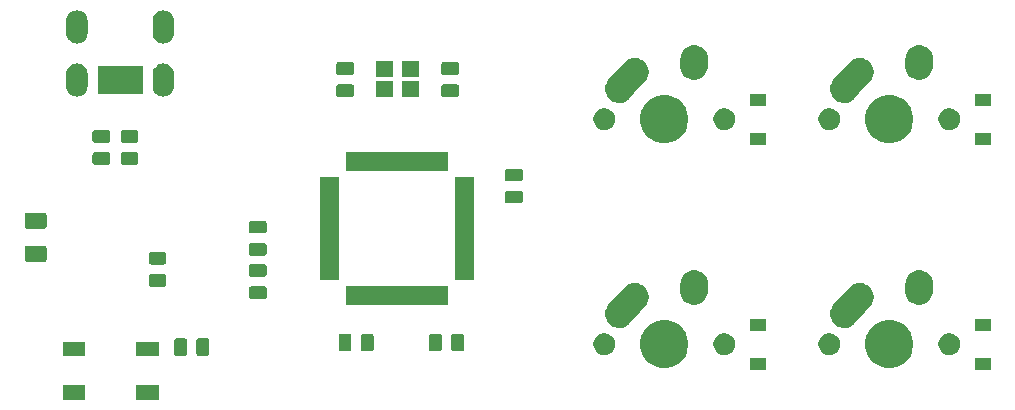
<source format=gbr>
G04 #@! TF.GenerationSoftware,KiCad,Pcbnew,(5.1.4)-1*
G04 #@! TF.CreationDate,2020-08-06T20:10:08-07:00*
G04 #@! TF.ProjectId,ai03-pcb-guide,61693033-2d70-4636-922d-67756964652e,rev?*
G04 #@! TF.SameCoordinates,Original*
G04 #@! TF.FileFunction,Soldermask,Bot*
G04 #@! TF.FilePolarity,Negative*
%FSLAX46Y46*%
G04 Gerber Fmt 4.6, Leading zero omitted, Abs format (unit mm)*
G04 Created by KiCad (PCBNEW (5.1.4)-1) date 2020-08-06 20:10:08*
%MOMM*%
%LPD*%
G04 APERTURE LIST*
%ADD10C,0.100000*%
G04 APERTURE END LIST*
D10*
G36*
X46088000Y-80905250D02*
G01*
X44186000Y-80905250D01*
X44186000Y-79703250D01*
X46088000Y-79703250D01*
X46088000Y-80905250D01*
X46088000Y-80905250D01*
G37*
G36*
X39888000Y-80905250D02*
G01*
X37986000Y-80905250D01*
X37986000Y-79703250D01*
X39888000Y-79703250D01*
X39888000Y-80905250D01*
X39888000Y-80905250D01*
G37*
G36*
X97488500Y-78413500D02*
G01*
X96186500Y-78413500D01*
X96186500Y-77411500D01*
X97488500Y-77411500D01*
X97488500Y-78413500D01*
X97488500Y-78413500D01*
G37*
G36*
X116538500Y-78413500D02*
G01*
X115236500Y-78413500D01*
X115236500Y-77411500D01*
X116538500Y-77411500D01*
X116538500Y-78413500D01*
X116538500Y-78413500D01*
G37*
G36*
X89496474Y-74233684D02*
G01*
X89714474Y-74323983D01*
X89868623Y-74387833D01*
X90203548Y-74611623D01*
X90488377Y-74896452D01*
X90712167Y-75231377D01*
X90744562Y-75309586D01*
X90866316Y-75603526D01*
X90944900Y-75998594D01*
X90944900Y-76401406D01*
X90866316Y-76796474D01*
X90815451Y-76919272D01*
X90712167Y-77168623D01*
X90488377Y-77503548D01*
X90203548Y-77788377D01*
X89868623Y-78012167D01*
X89714474Y-78076017D01*
X89496474Y-78166316D01*
X89101406Y-78244900D01*
X88698594Y-78244900D01*
X88303526Y-78166316D01*
X88085526Y-78076017D01*
X87931377Y-78012167D01*
X87596452Y-77788377D01*
X87311623Y-77503548D01*
X87087833Y-77168623D01*
X86984549Y-76919272D01*
X86933684Y-76796474D01*
X86855100Y-76401406D01*
X86855100Y-75998594D01*
X86933684Y-75603526D01*
X87055438Y-75309586D01*
X87087833Y-75231377D01*
X87311623Y-74896452D01*
X87596452Y-74611623D01*
X87931377Y-74387833D01*
X88085526Y-74323983D01*
X88303526Y-74233684D01*
X88698594Y-74155100D01*
X89101406Y-74155100D01*
X89496474Y-74233684D01*
X89496474Y-74233684D01*
G37*
G36*
X108546474Y-74233684D02*
G01*
X108764474Y-74323983D01*
X108918623Y-74387833D01*
X109253548Y-74611623D01*
X109538377Y-74896452D01*
X109762167Y-75231377D01*
X109794562Y-75309586D01*
X109916316Y-75603526D01*
X109994900Y-75998594D01*
X109994900Y-76401406D01*
X109916316Y-76796474D01*
X109865451Y-76919272D01*
X109762167Y-77168623D01*
X109538377Y-77503548D01*
X109253548Y-77788377D01*
X108918623Y-78012167D01*
X108764474Y-78076017D01*
X108546474Y-78166316D01*
X108151406Y-78244900D01*
X107748594Y-78244900D01*
X107353526Y-78166316D01*
X107135526Y-78076017D01*
X106981377Y-78012167D01*
X106646452Y-77788377D01*
X106361623Y-77503548D01*
X106137833Y-77168623D01*
X106034549Y-76919272D01*
X105983684Y-76796474D01*
X105905100Y-76401406D01*
X105905100Y-75998594D01*
X105983684Y-75603526D01*
X106105438Y-75309586D01*
X106137833Y-75231377D01*
X106361623Y-74896452D01*
X106646452Y-74611623D01*
X106981377Y-74387833D01*
X107135526Y-74323983D01*
X107353526Y-74233684D01*
X107748594Y-74155100D01*
X108151406Y-74155100D01*
X108546474Y-74233684D01*
X108546474Y-74233684D01*
G37*
G36*
X46088000Y-77205250D02*
G01*
X44186000Y-77205250D01*
X44186000Y-76003250D01*
X46088000Y-76003250D01*
X46088000Y-77205250D01*
X46088000Y-77205250D01*
G37*
G36*
X39888000Y-77205250D02*
G01*
X37986000Y-77205250D01*
X37986000Y-76003250D01*
X39888000Y-76003250D01*
X39888000Y-77205250D01*
X39888000Y-77205250D01*
G37*
G36*
X48329468Y-75707565D02*
G01*
X48368138Y-75719296D01*
X48403777Y-75738346D01*
X48435017Y-75763983D01*
X48460654Y-75795223D01*
X48479704Y-75830862D01*
X48491435Y-75869532D01*
X48496000Y-75915888D01*
X48496000Y-76992112D01*
X48491435Y-77038468D01*
X48479704Y-77077138D01*
X48460654Y-77112777D01*
X48435017Y-77144017D01*
X48403777Y-77169654D01*
X48368138Y-77188704D01*
X48329468Y-77200435D01*
X48283112Y-77205000D01*
X47631888Y-77205000D01*
X47585532Y-77200435D01*
X47546862Y-77188704D01*
X47511223Y-77169654D01*
X47479983Y-77144017D01*
X47454346Y-77112777D01*
X47435296Y-77077138D01*
X47423565Y-77038468D01*
X47419000Y-76992112D01*
X47419000Y-75915888D01*
X47423565Y-75869532D01*
X47435296Y-75830862D01*
X47454346Y-75795223D01*
X47479983Y-75763983D01*
X47511223Y-75738346D01*
X47546862Y-75719296D01*
X47585532Y-75707565D01*
X47631888Y-75703000D01*
X48283112Y-75703000D01*
X48329468Y-75707565D01*
X48329468Y-75707565D01*
G37*
G36*
X50204468Y-75707565D02*
G01*
X50243138Y-75719296D01*
X50278777Y-75738346D01*
X50310017Y-75763983D01*
X50335654Y-75795223D01*
X50354704Y-75830862D01*
X50366435Y-75869532D01*
X50371000Y-75915888D01*
X50371000Y-76992112D01*
X50366435Y-77038468D01*
X50354704Y-77077138D01*
X50335654Y-77112777D01*
X50310017Y-77144017D01*
X50278777Y-77169654D01*
X50243138Y-77188704D01*
X50204468Y-77200435D01*
X50158112Y-77205000D01*
X49506888Y-77205000D01*
X49460532Y-77200435D01*
X49421862Y-77188704D01*
X49386223Y-77169654D01*
X49354983Y-77144017D01*
X49329346Y-77112777D01*
X49310296Y-77077138D01*
X49298565Y-77038468D01*
X49294000Y-76992112D01*
X49294000Y-75915888D01*
X49298565Y-75869532D01*
X49310296Y-75830862D01*
X49329346Y-75795223D01*
X49354983Y-75763983D01*
X49386223Y-75738346D01*
X49421862Y-75719296D01*
X49460532Y-75707565D01*
X49506888Y-75703000D01*
X50158112Y-75703000D01*
X50204468Y-75707565D01*
X50204468Y-75707565D01*
G37*
G36*
X84090104Y-75309585D02*
G01*
X84258626Y-75379389D01*
X84410291Y-75480728D01*
X84539272Y-75609709D01*
X84640611Y-75761374D01*
X84710415Y-75929896D01*
X84746000Y-76108797D01*
X84746000Y-76291203D01*
X84710415Y-76470104D01*
X84640611Y-76638626D01*
X84539272Y-76790291D01*
X84410291Y-76919272D01*
X84258626Y-77020611D01*
X84090104Y-77090415D01*
X83911203Y-77126000D01*
X83728797Y-77126000D01*
X83549896Y-77090415D01*
X83381374Y-77020611D01*
X83229709Y-76919272D01*
X83100728Y-76790291D01*
X82999389Y-76638626D01*
X82929585Y-76470104D01*
X82894000Y-76291203D01*
X82894000Y-76108797D01*
X82929585Y-75929896D01*
X82999389Y-75761374D01*
X83100728Y-75609709D01*
X83229709Y-75480728D01*
X83381374Y-75379389D01*
X83549896Y-75309585D01*
X83728797Y-75274000D01*
X83911203Y-75274000D01*
X84090104Y-75309585D01*
X84090104Y-75309585D01*
G37*
G36*
X94250104Y-75309585D02*
G01*
X94418626Y-75379389D01*
X94570291Y-75480728D01*
X94699272Y-75609709D01*
X94800611Y-75761374D01*
X94870415Y-75929896D01*
X94906000Y-76108797D01*
X94906000Y-76291203D01*
X94870415Y-76470104D01*
X94800611Y-76638626D01*
X94699272Y-76790291D01*
X94570291Y-76919272D01*
X94418626Y-77020611D01*
X94250104Y-77090415D01*
X94071203Y-77126000D01*
X93888797Y-77126000D01*
X93709896Y-77090415D01*
X93541374Y-77020611D01*
X93389709Y-76919272D01*
X93260728Y-76790291D01*
X93159389Y-76638626D01*
X93089585Y-76470104D01*
X93054000Y-76291203D01*
X93054000Y-76108797D01*
X93089585Y-75929896D01*
X93159389Y-75761374D01*
X93260728Y-75609709D01*
X93389709Y-75480728D01*
X93541374Y-75379389D01*
X93709896Y-75309585D01*
X93888797Y-75274000D01*
X94071203Y-75274000D01*
X94250104Y-75309585D01*
X94250104Y-75309585D01*
G37*
G36*
X103140104Y-75309585D02*
G01*
X103308626Y-75379389D01*
X103460291Y-75480728D01*
X103589272Y-75609709D01*
X103690611Y-75761374D01*
X103760415Y-75929896D01*
X103796000Y-76108797D01*
X103796000Y-76291203D01*
X103760415Y-76470104D01*
X103690611Y-76638626D01*
X103589272Y-76790291D01*
X103460291Y-76919272D01*
X103308626Y-77020611D01*
X103140104Y-77090415D01*
X102961203Y-77126000D01*
X102778797Y-77126000D01*
X102599896Y-77090415D01*
X102431374Y-77020611D01*
X102279709Y-76919272D01*
X102150728Y-76790291D01*
X102049389Y-76638626D01*
X101979585Y-76470104D01*
X101944000Y-76291203D01*
X101944000Y-76108797D01*
X101979585Y-75929896D01*
X102049389Y-75761374D01*
X102150728Y-75609709D01*
X102279709Y-75480728D01*
X102431374Y-75379389D01*
X102599896Y-75309585D01*
X102778797Y-75274000D01*
X102961203Y-75274000D01*
X103140104Y-75309585D01*
X103140104Y-75309585D01*
G37*
G36*
X113300104Y-75309585D02*
G01*
X113468626Y-75379389D01*
X113620291Y-75480728D01*
X113749272Y-75609709D01*
X113850611Y-75761374D01*
X113920415Y-75929896D01*
X113956000Y-76108797D01*
X113956000Y-76291203D01*
X113920415Y-76470104D01*
X113850611Y-76638626D01*
X113749272Y-76790291D01*
X113620291Y-76919272D01*
X113468626Y-77020611D01*
X113300104Y-77090415D01*
X113121203Y-77126000D01*
X112938797Y-77126000D01*
X112759896Y-77090415D01*
X112591374Y-77020611D01*
X112439709Y-76919272D01*
X112310728Y-76790291D01*
X112209389Y-76638626D01*
X112139585Y-76470104D01*
X112104000Y-76291203D01*
X112104000Y-76108797D01*
X112139585Y-75929896D01*
X112209389Y-75761374D01*
X112310728Y-75609709D01*
X112439709Y-75480728D01*
X112591374Y-75379389D01*
X112759896Y-75309585D01*
X112938797Y-75274000D01*
X113121203Y-75274000D01*
X113300104Y-75309585D01*
X113300104Y-75309585D01*
G37*
G36*
X69902718Y-75326565D02*
G01*
X69941388Y-75338296D01*
X69977027Y-75357346D01*
X70008267Y-75382983D01*
X70033904Y-75414223D01*
X70052954Y-75449862D01*
X70064685Y-75488532D01*
X70069250Y-75534888D01*
X70069250Y-76611112D01*
X70064685Y-76657468D01*
X70052954Y-76696138D01*
X70033904Y-76731777D01*
X70008267Y-76763017D01*
X69977027Y-76788654D01*
X69941388Y-76807704D01*
X69902718Y-76819435D01*
X69856362Y-76824000D01*
X69205138Y-76824000D01*
X69158782Y-76819435D01*
X69120112Y-76807704D01*
X69084473Y-76788654D01*
X69053233Y-76763017D01*
X69027596Y-76731777D01*
X69008546Y-76696138D01*
X68996815Y-76657468D01*
X68992250Y-76611112D01*
X68992250Y-75534888D01*
X68996815Y-75488532D01*
X69008546Y-75449862D01*
X69027596Y-75414223D01*
X69053233Y-75382983D01*
X69084473Y-75357346D01*
X69120112Y-75338296D01*
X69158782Y-75326565D01*
X69205138Y-75322000D01*
X69856362Y-75322000D01*
X69902718Y-75326565D01*
X69902718Y-75326565D01*
G37*
G36*
X64127718Y-75326565D02*
G01*
X64166388Y-75338296D01*
X64202027Y-75357346D01*
X64233267Y-75382983D01*
X64258904Y-75414223D01*
X64277954Y-75449862D01*
X64289685Y-75488532D01*
X64294250Y-75534888D01*
X64294250Y-76611112D01*
X64289685Y-76657468D01*
X64277954Y-76696138D01*
X64258904Y-76731777D01*
X64233267Y-76763017D01*
X64202027Y-76788654D01*
X64166388Y-76807704D01*
X64127718Y-76819435D01*
X64081362Y-76824000D01*
X63430138Y-76824000D01*
X63383782Y-76819435D01*
X63345112Y-76807704D01*
X63309473Y-76788654D01*
X63278233Y-76763017D01*
X63252596Y-76731777D01*
X63233546Y-76696138D01*
X63221815Y-76657468D01*
X63217250Y-76611112D01*
X63217250Y-75534888D01*
X63221815Y-75488532D01*
X63233546Y-75449862D01*
X63252596Y-75414223D01*
X63278233Y-75382983D01*
X63309473Y-75357346D01*
X63345112Y-75338296D01*
X63383782Y-75326565D01*
X63430138Y-75322000D01*
X64081362Y-75322000D01*
X64127718Y-75326565D01*
X64127718Y-75326565D01*
G37*
G36*
X62252718Y-75326565D02*
G01*
X62291388Y-75338296D01*
X62327027Y-75357346D01*
X62358267Y-75382983D01*
X62383904Y-75414223D01*
X62402954Y-75449862D01*
X62414685Y-75488532D01*
X62419250Y-75534888D01*
X62419250Y-76611112D01*
X62414685Y-76657468D01*
X62402954Y-76696138D01*
X62383904Y-76731777D01*
X62358267Y-76763017D01*
X62327027Y-76788654D01*
X62291388Y-76807704D01*
X62252718Y-76819435D01*
X62206362Y-76824000D01*
X61555138Y-76824000D01*
X61508782Y-76819435D01*
X61470112Y-76807704D01*
X61434473Y-76788654D01*
X61403233Y-76763017D01*
X61377596Y-76731777D01*
X61358546Y-76696138D01*
X61346815Y-76657468D01*
X61342250Y-76611112D01*
X61342250Y-75534888D01*
X61346815Y-75488532D01*
X61358546Y-75449862D01*
X61377596Y-75414223D01*
X61403233Y-75382983D01*
X61434473Y-75357346D01*
X61470112Y-75338296D01*
X61508782Y-75326565D01*
X61555138Y-75322000D01*
X62206362Y-75322000D01*
X62252718Y-75326565D01*
X62252718Y-75326565D01*
G37*
G36*
X71777718Y-75326565D02*
G01*
X71816388Y-75338296D01*
X71852027Y-75357346D01*
X71883267Y-75382983D01*
X71908904Y-75414223D01*
X71927954Y-75449862D01*
X71939685Y-75488532D01*
X71944250Y-75534888D01*
X71944250Y-76611112D01*
X71939685Y-76657468D01*
X71927954Y-76696138D01*
X71908904Y-76731777D01*
X71883267Y-76763017D01*
X71852027Y-76788654D01*
X71816388Y-76807704D01*
X71777718Y-76819435D01*
X71731362Y-76824000D01*
X71080138Y-76824000D01*
X71033782Y-76819435D01*
X70995112Y-76807704D01*
X70959473Y-76788654D01*
X70928233Y-76763017D01*
X70902596Y-76731777D01*
X70883546Y-76696138D01*
X70871815Y-76657468D01*
X70867250Y-76611112D01*
X70867250Y-75534888D01*
X70871815Y-75488532D01*
X70883546Y-75449862D01*
X70902596Y-75414223D01*
X70928233Y-75382983D01*
X70959473Y-75357346D01*
X70995112Y-75338296D01*
X71033782Y-75326565D01*
X71080138Y-75322000D01*
X71731362Y-75322000D01*
X71777718Y-75326565D01*
X71777718Y-75326565D01*
G37*
G36*
X116538500Y-75113500D02*
G01*
X115236500Y-75113500D01*
X115236500Y-74111500D01*
X116538500Y-74111500D01*
X116538500Y-75113500D01*
X116538500Y-75113500D01*
G37*
G36*
X97488500Y-75113500D02*
G01*
X96186500Y-75113500D01*
X96186500Y-74111500D01*
X97488500Y-74111500D01*
X97488500Y-75113500D01*
X97488500Y-75113500D01*
G37*
G36*
X105473205Y-71023881D02*
G01*
X105478645Y-71024000D01*
X105565828Y-71024000D01*
X105582097Y-71027236D01*
X105600956Y-71029515D01*
X105617532Y-71030246D01*
X105702223Y-71051010D01*
X105707518Y-71052184D01*
X105793027Y-71069193D01*
X105808362Y-71075545D01*
X105826401Y-71081455D01*
X105842521Y-71085407D01*
X105921504Y-71122280D01*
X105926494Y-71124477D01*
X106007045Y-71157842D01*
X106020841Y-71167060D01*
X106037393Y-71176382D01*
X106052426Y-71183400D01*
X106122694Y-71234971D01*
X106127192Y-71238122D01*
X106199656Y-71286541D01*
X106211383Y-71298268D01*
X106225809Y-71310648D01*
X106239179Y-71320461D01*
X106239180Y-71320462D01*
X106244666Y-71326454D01*
X106272748Y-71357127D01*
X106298021Y-71384733D01*
X106301829Y-71388714D01*
X106363459Y-71450344D01*
X106372674Y-71464135D01*
X106384396Y-71479078D01*
X106395605Y-71491321D01*
X106440799Y-71565874D01*
X106443746Y-71570501D01*
X106492158Y-71642955D01*
X106498505Y-71658277D01*
X106507092Y-71675231D01*
X106515691Y-71689417D01*
X106545478Y-71771368D01*
X106547452Y-71776448D01*
X106580807Y-71856973D01*
X106580807Y-71856974D01*
X106584041Y-71873233D01*
X106589158Y-71891542D01*
X106594825Y-71907134D01*
X106608055Y-71993345D01*
X106609001Y-71998713D01*
X106626000Y-72084173D01*
X106626000Y-72100752D01*
X106627444Y-72119692D01*
X106629963Y-72136104D01*
X106626120Y-72223249D01*
X106626000Y-72228689D01*
X106626000Y-72315825D01*
X106622766Y-72332083D01*
X106620488Y-72350941D01*
X106619756Y-72367531D01*
X106598988Y-72452237D01*
X106597812Y-72457537D01*
X106580807Y-72543027D01*
X106574457Y-72558357D01*
X106568549Y-72576393D01*
X106564595Y-72592520D01*
X106527711Y-72671526D01*
X106525511Y-72676523D01*
X106492158Y-72757045D01*
X106482944Y-72770835D01*
X106473622Y-72787387D01*
X106466602Y-72802424D01*
X106415011Y-72872720D01*
X106411866Y-72877210D01*
X106363461Y-72949654D01*
X106306460Y-73006655D01*
X106301811Y-73011563D01*
X105870311Y-73492470D01*
X104976723Y-74488376D01*
X104848679Y-74605602D01*
X104749631Y-74665645D01*
X104650583Y-74725689D01*
X104432866Y-74804823D01*
X104203895Y-74839961D01*
X103972470Y-74829754D01*
X103747481Y-74774593D01*
X103642727Y-74725689D01*
X103537579Y-74676602D01*
X103440838Y-74605602D01*
X103350823Y-74539539D01*
X103276394Y-74458241D01*
X103194398Y-74368679D01*
X103112564Y-74233685D01*
X103074311Y-74170583D01*
X102995177Y-73952866D01*
X102960039Y-73723895D01*
X102970246Y-73492470D01*
X103025407Y-73267481D01*
X103076972Y-73157028D01*
X103123398Y-73057580D01*
X103123400Y-73057577D01*
X103226114Y-72917622D01*
X103981245Y-72076027D01*
X104512787Y-71483621D01*
X104523681Y-71469589D01*
X104536539Y-71450346D01*
X104593573Y-71393312D01*
X104598223Y-71388403D01*
X104613278Y-71371624D01*
X104634701Y-71352011D01*
X104638682Y-71348203D01*
X104700346Y-71286539D01*
X104714143Y-71277320D01*
X104729102Y-71265585D01*
X104741321Y-71254398D01*
X104773385Y-71234961D01*
X104815830Y-71209231D01*
X104820421Y-71206308D01*
X104892955Y-71157842D01*
X104908300Y-71151486D01*
X104925248Y-71142901D01*
X104939416Y-71134312D01*
X104939417Y-71134312D01*
X104939418Y-71134311D01*
X105021312Y-71104545D01*
X105026410Y-71102563D01*
X105106973Y-71069193D01*
X105123252Y-71065955D01*
X105141542Y-71060844D01*
X105157135Y-71055177D01*
X105243300Y-71041954D01*
X105248663Y-71041009D01*
X105334173Y-71024000D01*
X105350766Y-71024000D01*
X105369709Y-71022555D01*
X105386106Y-71020039D01*
X105473205Y-71023881D01*
X105473205Y-71023881D01*
G37*
G36*
X86423205Y-71023881D02*
G01*
X86428645Y-71024000D01*
X86515828Y-71024000D01*
X86532097Y-71027236D01*
X86550956Y-71029515D01*
X86567532Y-71030246D01*
X86652223Y-71051010D01*
X86657518Y-71052184D01*
X86743027Y-71069193D01*
X86758362Y-71075545D01*
X86776401Y-71081455D01*
X86792521Y-71085407D01*
X86871504Y-71122280D01*
X86876494Y-71124477D01*
X86957045Y-71157842D01*
X86970841Y-71167060D01*
X86987393Y-71176382D01*
X87002426Y-71183400D01*
X87072694Y-71234971D01*
X87077192Y-71238122D01*
X87149656Y-71286541D01*
X87161383Y-71298268D01*
X87175809Y-71310648D01*
X87189179Y-71320461D01*
X87189180Y-71320462D01*
X87194666Y-71326454D01*
X87222748Y-71357127D01*
X87248021Y-71384733D01*
X87251829Y-71388714D01*
X87313459Y-71450344D01*
X87322674Y-71464135D01*
X87334396Y-71479078D01*
X87345605Y-71491321D01*
X87390799Y-71565874D01*
X87393746Y-71570501D01*
X87442158Y-71642955D01*
X87448505Y-71658277D01*
X87457092Y-71675231D01*
X87465691Y-71689417D01*
X87495478Y-71771368D01*
X87497452Y-71776448D01*
X87530807Y-71856973D01*
X87530807Y-71856974D01*
X87534041Y-71873233D01*
X87539158Y-71891542D01*
X87544825Y-71907134D01*
X87558055Y-71993345D01*
X87559001Y-71998713D01*
X87576000Y-72084173D01*
X87576000Y-72100752D01*
X87577444Y-72119692D01*
X87579963Y-72136104D01*
X87576120Y-72223249D01*
X87576000Y-72228689D01*
X87576000Y-72315825D01*
X87572766Y-72332083D01*
X87570488Y-72350941D01*
X87569756Y-72367531D01*
X87548988Y-72452237D01*
X87547812Y-72457537D01*
X87530807Y-72543027D01*
X87524457Y-72558357D01*
X87518549Y-72576393D01*
X87514595Y-72592520D01*
X87477711Y-72671526D01*
X87475511Y-72676523D01*
X87442158Y-72757045D01*
X87432944Y-72770835D01*
X87423622Y-72787387D01*
X87416602Y-72802424D01*
X87365011Y-72872720D01*
X87361866Y-72877210D01*
X87313461Y-72949654D01*
X87256460Y-73006655D01*
X87251811Y-73011563D01*
X86820311Y-73492470D01*
X85926723Y-74488376D01*
X85798679Y-74605602D01*
X85699631Y-74665645D01*
X85600583Y-74725689D01*
X85382866Y-74804823D01*
X85153895Y-74839961D01*
X84922470Y-74829754D01*
X84697481Y-74774593D01*
X84592727Y-74725689D01*
X84487579Y-74676602D01*
X84390838Y-74605602D01*
X84300823Y-74539539D01*
X84226394Y-74458241D01*
X84144398Y-74368679D01*
X84062564Y-74233685D01*
X84024311Y-74170583D01*
X83945177Y-73952866D01*
X83910039Y-73723895D01*
X83920246Y-73492470D01*
X83975407Y-73267481D01*
X84026972Y-73157028D01*
X84073398Y-73057580D01*
X84073400Y-73057577D01*
X84176114Y-72917622D01*
X84931245Y-72076027D01*
X85462787Y-71483621D01*
X85473681Y-71469589D01*
X85486539Y-71450346D01*
X85543573Y-71393312D01*
X85548223Y-71388403D01*
X85563278Y-71371624D01*
X85584701Y-71352011D01*
X85588682Y-71348203D01*
X85650346Y-71286539D01*
X85664143Y-71277320D01*
X85679102Y-71265585D01*
X85691321Y-71254398D01*
X85723385Y-71234961D01*
X85765830Y-71209231D01*
X85770421Y-71206308D01*
X85842955Y-71157842D01*
X85858300Y-71151486D01*
X85875248Y-71142901D01*
X85889416Y-71134312D01*
X85889417Y-71134312D01*
X85889418Y-71134311D01*
X85971312Y-71104545D01*
X85976410Y-71102563D01*
X86056973Y-71069193D01*
X86073252Y-71065955D01*
X86091542Y-71060844D01*
X86107135Y-71055177D01*
X86193300Y-71041954D01*
X86198663Y-71041009D01*
X86284173Y-71024000D01*
X86300766Y-71024000D01*
X86319709Y-71022555D01*
X86336106Y-71020039D01*
X86423205Y-71023881D01*
X86423205Y-71023881D01*
G37*
G36*
X70620000Y-72922000D02*
G01*
X61968000Y-72922000D01*
X61968000Y-71320000D01*
X70620000Y-71320000D01*
X70620000Y-72922000D01*
X70620000Y-72922000D01*
G37*
G36*
X91528127Y-69942261D02*
G01*
X91548900Y-69944000D01*
X91555827Y-69944000D01*
X91650754Y-69962882D01*
X91654348Y-69963542D01*
X91749730Y-69979624D01*
X91756203Y-69982085D01*
X91776228Y-69987841D01*
X91783027Y-69989193D01*
X91845414Y-70015034D01*
X91872443Y-70026230D01*
X91875844Y-70027581D01*
X91966255Y-70061961D01*
X91972127Y-70065640D01*
X91990636Y-70075187D01*
X91997045Y-70077842D01*
X92077563Y-70131642D01*
X92080554Y-70133578D01*
X92162557Y-70184959D01*
X92167584Y-70189700D01*
X92183896Y-70202691D01*
X92189652Y-70206537D01*
X92258110Y-70274995D01*
X92260689Y-70277499D01*
X92331090Y-70343889D01*
X92335095Y-70349519D01*
X92348559Y-70365444D01*
X92353459Y-70370344D01*
X92387659Y-70421527D01*
X92407244Y-70450839D01*
X92409291Y-70453807D01*
X92465380Y-70532645D01*
X92468214Y-70538958D01*
X92478308Y-70557193D01*
X92482158Y-70562955D01*
X92519220Y-70652430D01*
X92520624Y-70655685D01*
X92560265Y-70743973D01*
X92561815Y-70750725D01*
X92568152Y-70770562D01*
X92570807Y-70776973D01*
X92589692Y-70871917D01*
X92590438Y-70875401D01*
X92612098Y-70969751D01*
X92612098Y-70969754D01*
X92612300Y-70976654D01*
X92614647Y-70997370D01*
X92616000Y-71004174D01*
X92616000Y-71100986D01*
X92616053Y-71104584D01*
X92617188Y-71143277D01*
X92616295Y-71156225D01*
X92616000Y-71164797D01*
X92616000Y-71235826D01*
X92610081Y-71265585D01*
X92609604Y-71267979D01*
X92607500Y-71283750D01*
X92569238Y-71838545D01*
X92540376Y-72009730D01*
X92458038Y-72226255D01*
X92335041Y-72422557D01*
X92176111Y-72591090D01*
X91987355Y-72725380D01*
X91776027Y-72820265D01*
X91550249Y-72872098D01*
X91318698Y-72878889D01*
X91318697Y-72878889D01*
X91273012Y-72871186D01*
X91090270Y-72840376D01*
X90873745Y-72758038D01*
X90677443Y-72635041D01*
X90508910Y-72476111D01*
X90374620Y-72287355D01*
X90279735Y-72076027D01*
X90227902Y-71850249D01*
X90222812Y-71676723D01*
X90263704Y-71083794D01*
X90264000Y-71075196D01*
X90264000Y-71004175D01*
X90282882Y-70909250D01*
X90283544Y-70905645D01*
X90289231Y-70871917D01*
X90299624Y-70810270D01*
X90302085Y-70803799D01*
X90307842Y-70783767D01*
X90309193Y-70776974D01*
X90311843Y-70770576D01*
X90346264Y-70687476D01*
X90347553Y-70684230D01*
X90381962Y-70593745D01*
X90385636Y-70587881D01*
X90395187Y-70569365D01*
X90397842Y-70562955D01*
X90451657Y-70482415D01*
X90453577Y-70479449D01*
X90504959Y-70397443D01*
X90509711Y-70392404D01*
X90522689Y-70376107D01*
X90526537Y-70370348D01*
X90594993Y-70301892D01*
X90597546Y-70299262D01*
X90599653Y-70297028D01*
X90663889Y-70228910D01*
X90669521Y-70224903D01*
X90685447Y-70211438D01*
X90690346Y-70206539D01*
X90770824Y-70152766D01*
X90773806Y-70150710D01*
X90852645Y-70094620D01*
X90858955Y-70091787D01*
X90877194Y-70081691D01*
X90882951Y-70077844D01*
X90882954Y-70077843D01*
X90882955Y-70077842D01*
X90972429Y-70040781D01*
X90975687Y-70039375D01*
X91063973Y-69999735D01*
X91070725Y-69998185D01*
X91090562Y-69991848D01*
X91096973Y-69989193D01*
X91191899Y-69970311D01*
X91195446Y-69969551D01*
X91289751Y-69947901D01*
X91292130Y-69947831D01*
X91296665Y-69947698D01*
X91317381Y-69945351D01*
X91324174Y-69944000D01*
X91420959Y-69944000D01*
X91424584Y-69943947D01*
X91521302Y-69941110D01*
X91528127Y-69942261D01*
X91528127Y-69942261D01*
G37*
G36*
X110578127Y-69942261D02*
G01*
X110598900Y-69944000D01*
X110605827Y-69944000D01*
X110700754Y-69962882D01*
X110704348Y-69963542D01*
X110799730Y-69979624D01*
X110806203Y-69982085D01*
X110826228Y-69987841D01*
X110833027Y-69989193D01*
X110895414Y-70015034D01*
X110922443Y-70026230D01*
X110925844Y-70027581D01*
X111016255Y-70061961D01*
X111022127Y-70065640D01*
X111040636Y-70075187D01*
X111047045Y-70077842D01*
X111127563Y-70131642D01*
X111130554Y-70133578D01*
X111212557Y-70184959D01*
X111217584Y-70189700D01*
X111233896Y-70202691D01*
X111239652Y-70206537D01*
X111308110Y-70274995D01*
X111310689Y-70277499D01*
X111381090Y-70343889D01*
X111385095Y-70349519D01*
X111398559Y-70365444D01*
X111403459Y-70370344D01*
X111437659Y-70421527D01*
X111457244Y-70450839D01*
X111459291Y-70453807D01*
X111515380Y-70532645D01*
X111518214Y-70538958D01*
X111528308Y-70557193D01*
X111532158Y-70562955D01*
X111569220Y-70652430D01*
X111570624Y-70655685D01*
X111610265Y-70743973D01*
X111611815Y-70750725D01*
X111618152Y-70770562D01*
X111620807Y-70776973D01*
X111639692Y-70871917D01*
X111640438Y-70875401D01*
X111662098Y-70969751D01*
X111662098Y-70969754D01*
X111662300Y-70976654D01*
X111664647Y-70997370D01*
X111666000Y-71004174D01*
X111666000Y-71100986D01*
X111666053Y-71104584D01*
X111667188Y-71143277D01*
X111666295Y-71156225D01*
X111666000Y-71164797D01*
X111666000Y-71235826D01*
X111660081Y-71265585D01*
X111659604Y-71267979D01*
X111657500Y-71283750D01*
X111619238Y-71838545D01*
X111590376Y-72009730D01*
X111508038Y-72226255D01*
X111385041Y-72422557D01*
X111226111Y-72591090D01*
X111037355Y-72725380D01*
X110826027Y-72820265D01*
X110600249Y-72872098D01*
X110368698Y-72878889D01*
X110368697Y-72878889D01*
X110323012Y-72871186D01*
X110140270Y-72840376D01*
X109923745Y-72758038D01*
X109727443Y-72635041D01*
X109558910Y-72476111D01*
X109424620Y-72287355D01*
X109329735Y-72076027D01*
X109277902Y-71850249D01*
X109272812Y-71676723D01*
X109313704Y-71083794D01*
X109314000Y-71075196D01*
X109314000Y-71004175D01*
X109332882Y-70909250D01*
X109333544Y-70905645D01*
X109339231Y-70871917D01*
X109349624Y-70810270D01*
X109352085Y-70803799D01*
X109357842Y-70783767D01*
X109359193Y-70776974D01*
X109361843Y-70770576D01*
X109396264Y-70687476D01*
X109397553Y-70684230D01*
X109431962Y-70593745D01*
X109435636Y-70587881D01*
X109445187Y-70569365D01*
X109447842Y-70562955D01*
X109501657Y-70482415D01*
X109503577Y-70479449D01*
X109554959Y-70397443D01*
X109559711Y-70392404D01*
X109572689Y-70376107D01*
X109576537Y-70370348D01*
X109644993Y-70301892D01*
X109647546Y-70299262D01*
X109649653Y-70297028D01*
X109713889Y-70228910D01*
X109719521Y-70224903D01*
X109735447Y-70211438D01*
X109740346Y-70206539D01*
X109820824Y-70152766D01*
X109823806Y-70150710D01*
X109902645Y-70094620D01*
X109908955Y-70091787D01*
X109927194Y-70081691D01*
X109932951Y-70077844D01*
X109932954Y-70077843D01*
X109932955Y-70077842D01*
X110022429Y-70040781D01*
X110025687Y-70039375D01*
X110113973Y-69999735D01*
X110120725Y-69998185D01*
X110140562Y-69991848D01*
X110146973Y-69989193D01*
X110241899Y-69970311D01*
X110245446Y-69969551D01*
X110339751Y-69947901D01*
X110342130Y-69947831D01*
X110346665Y-69947698D01*
X110367381Y-69945351D01*
X110374174Y-69944000D01*
X110470959Y-69944000D01*
X110474584Y-69943947D01*
X110571302Y-69941110D01*
X110578127Y-69942261D01*
X110578127Y-69942261D01*
G37*
G36*
X55067468Y-71316315D02*
G01*
X55106138Y-71328046D01*
X55141777Y-71347096D01*
X55173017Y-71372733D01*
X55198654Y-71403973D01*
X55217704Y-71439612D01*
X55229435Y-71478282D01*
X55234000Y-71524638D01*
X55234000Y-72175862D01*
X55229435Y-72222218D01*
X55217704Y-72260888D01*
X55198654Y-72296527D01*
X55173017Y-72327767D01*
X55141777Y-72353404D01*
X55106138Y-72372454D01*
X55067468Y-72384185D01*
X55021112Y-72388750D01*
X53944888Y-72388750D01*
X53898532Y-72384185D01*
X53859862Y-72372454D01*
X53824223Y-72353404D01*
X53792983Y-72327767D01*
X53767346Y-72296527D01*
X53748296Y-72260888D01*
X53736565Y-72222218D01*
X53732000Y-72175862D01*
X53732000Y-71524638D01*
X53736565Y-71478282D01*
X53748296Y-71439612D01*
X53767346Y-71403973D01*
X53792983Y-71372733D01*
X53824223Y-71347096D01*
X53859862Y-71328046D01*
X53898532Y-71316315D01*
X53944888Y-71311750D01*
X55021112Y-71311750D01*
X55067468Y-71316315D01*
X55067468Y-71316315D01*
G37*
G36*
X46590218Y-70270315D02*
G01*
X46628888Y-70282046D01*
X46664527Y-70301096D01*
X46695767Y-70326733D01*
X46721404Y-70357973D01*
X46740454Y-70393612D01*
X46752185Y-70432282D01*
X46756750Y-70478638D01*
X46756750Y-71129862D01*
X46752185Y-71176218D01*
X46740454Y-71214888D01*
X46721404Y-71250527D01*
X46695767Y-71281767D01*
X46664527Y-71307404D01*
X46628888Y-71326454D01*
X46590218Y-71338185D01*
X46543862Y-71342750D01*
X45467638Y-71342750D01*
X45421282Y-71338185D01*
X45382612Y-71326454D01*
X45346973Y-71307404D01*
X45315733Y-71281767D01*
X45290096Y-71250527D01*
X45271046Y-71214888D01*
X45259315Y-71176218D01*
X45254750Y-71129862D01*
X45254750Y-70478638D01*
X45259315Y-70432282D01*
X45271046Y-70393612D01*
X45290096Y-70357973D01*
X45315733Y-70326733D01*
X45346973Y-70301096D01*
X45382612Y-70282046D01*
X45421282Y-70270315D01*
X45467638Y-70265750D01*
X46543862Y-70265750D01*
X46590218Y-70270315D01*
X46590218Y-70270315D01*
G37*
G36*
X72795000Y-70747000D02*
G01*
X71193000Y-70747000D01*
X71193000Y-62095000D01*
X72795000Y-62095000D01*
X72795000Y-70747000D01*
X72795000Y-70747000D01*
G37*
G36*
X61395000Y-70747000D02*
G01*
X59793000Y-70747000D01*
X59793000Y-62095000D01*
X61395000Y-62095000D01*
X61395000Y-70747000D01*
X61395000Y-70747000D01*
G37*
G36*
X55067468Y-69441315D02*
G01*
X55106138Y-69453046D01*
X55141777Y-69472096D01*
X55173017Y-69497733D01*
X55198654Y-69528973D01*
X55217704Y-69564612D01*
X55229435Y-69603282D01*
X55234000Y-69649638D01*
X55234000Y-70300862D01*
X55229435Y-70347218D01*
X55217704Y-70385888D01*
X55198654Y-70421527D01*
X55173017Y-70452767D01*
X55141777Y-70478404D01*
X55106138Y-70497454D01*
X55067468Y-70509185D01*
X55021112Y-70513750D01*
X53944888Y-70513750D01*
X53898532Y-70509185D01*
X53859862Y-70497454D01*
X53824223Y-70478404D01*
X53792983Y-70452767D01*
X53767346Y-70421527D01*
X53748296Y-70385888D01*
X53736565Y-70347218D01*
X53732000Y-70300862D01*
X53732000Y-69649638D01*
X53736565Y-69603282D01*
X53748296Y-69564612D01*
X53767346Y-69528973D01*
X53792983Y-69497733D01*
X53824223Y-69472096D01*
X53859862Y-69453046D01*
X53898532Y-69441315D01*
X53944888Y-69436750D01*
X55021112Y-69436750D01*
X55067468Y-69441315D01*
X55067468Y-69441315D01*
G37*
G36*
X46590218Y-68395315D02*
G01*
X46628888Y-68407046D01*
X46664527Y-68426096D01*
X46695767Y-68451733D01*
X46721404Y-68482973D01*
X46740454Y-68518612D01*
X46752185Y-68557282D01*
X46756750Y-68603638D01*
X46756750Y-69254862D01*
X46752185Y-69301218D01*
X46740454Y-69339888D01*
X46721404Y-69375527D01*
X46695767Y-69406767D01*
X46664527Y-69432404D01*
X46628888Y-69451454D01*
X46590218Y-69463185D01*
X46543862Y-69467750D01*
X45467638Y-69467750D01*
X45421282Y-69463185D01*
X45382612Y-69451454D01*
X45346973Y-69432404D01*
X45315733Y-69406767D01*
X45290096Y-69375527D01*
X45271046Y-69339888D01*
X45259315Y-69301218D01*
X45254750Y-69254862D01*
X45254750Y-68603638D01*
X45259315Y-68557282D01*
X45271046Y-68518612D01*
X45290096Y-68482973D01*
X45315733Y-68451733D01*
X45346973Y-68426096D01*
X45382612Y-68407046D01*
X45421282Y-68395315D01*
X45467638Y-68390750D01*
X46543862Y-68390750D01*
X46590218Y-68395315D01*
X46590218Y-68395315D01*
G37*
G36*
X36455604Y-67882597D02*
G01*
X36492144Y-67893682D01*
X36525821Y-67911683D01*
X36555341Y-67935909D01*
X36579567Y-67965429D01*
X36597568Y-67999106D01*
X36608653Y-68035646D01*
X36613000Y-68079788D01*
X36613000Y-69028712D01*
X36608653Y-69072854D01*
X36597568Y-69109394D01*
X36579567Y-69143071D01*
X36555341Y-69172591D01*
X36525821Y-69196817D01*
X36492144Y-69214818D01*
X36455604Y-69225903D01*
X36411462Y-69230250D01*
X34962538Y-69230250D01*
X34918396Y-69225903D01*
X34881856Y-69214818D01*
X34848179Y-69196817D01*
X34818659Y-69172591D01*
X34794433Y-69143071D01*
X34776432Y-69109394D01*
X34765347Y-69072854D01*
X34761000Y-69028712D01*
X34761000Y-68079788D01*
X34765347Y-68035646D01*
X34776432Y-67999106D01*
X34794433Y-67965429D01*
X34818659Y-67935909D01*
X34848179Y-67911683D01*
X34881856Y-67893682D01*
X34918396Y-67882597D01*
X34962538Y-67878250D01*
X36411462Y-67878250D01*
X36455604Y-67882597D01*
X36455604Y-67882597D01*
G37*
G36*
X55067468Y-67635065D02*
G01*
X55106138Y-67646796D01*
X55141777Y-67665846D01*
X55173017Y-67691483D01*
X55198654Y-67722723D01*
X55217704Y-67758362D01*
X55229435Y-67797032D01*
X55234000Y-67843388D01*
X55234000Y-68494612D01*
X55229435Y-68540968D01*
X55217704Y-68579638D01*
X55198654Y-68615277D01*
X55173017Y-68646517D01*
X55141777Y-68672154D01*
X55106138Y-68691204D01*
X55067468Y-68702935D01*
X55021112Y-68707500D01*
X53944888Y-68707500D01*
X53898532Y-68702935D01*
X53859862Y-68691204D01*
X53824223Y-68672154D01*
X53792983Y-68646517D01*
X53767346Y-68615277D01*
X53748296Y-68579638D01*
X53736565Y-68540968D01*
X53732000Y-68494612D01*
X53732000Y-67843388D01*
X53736565Y-67797032D01*
X53748296Y-67758362D01*
X53767346Y-67722723D01*
X53792983Y-67691483D01*
X53824223Y-67665846D01*
X53859862Y-67646796D01*
X53898532Y-67635065D01*
X53944888Y-67630500D01*
X55021112Y-67630500D01*
X55067468Y-67635065D01*
X55067468Y-67635065D01*
G37*
G36*
X55067468Y-65760065D02*
G01*
X55106138Y-65771796D01*
X55141777Y-65790846D01*
X55173017Y-65816483D01*
X55198654Y-65847723D01*
X55217704Y-65883362D01*
X55229435Y-65922032D01*
X55234000Y-65968388D01*
X55234000Y-66619612D01*
X55229435Y-66665968D01*
X55217704Y-66704638D01*
X55198654Y-66740277D01*
X55173017Y-66771517D01*
X55141777Y-66797154D01*
X55106138Y-66816204D01*
X55067468Y-66827935D01*
X55021112Y-66832500D01*
X53944888Y-66832500D01*
X53898532Y-66827935D01*
X53859862Y-66816204D01*
X53824223Y-66797154D01*
X53792983Y-66771517D01*
X53767346Y-66740277D01*
X53748296Y-66704638D01*
X53736565Y-66665968D01*
X53732000Y-66619612D01*
X53732000Y-65968388D01*
X53736565Y-65922032D01*
X53748296Y-65883362D01*
X53767346Y-65847723D01*
X53792983Y-65816483D01*
X53824223Y-65790846D01*
X53859862Y-65771796D01*
X53898532Y-65760065D01*
X53944888Y-65755500D01*
X55021112Y-65755500D01*
X55067468Y-65760065D01*
X55067468Y-65760065D01*
G37*
G36*
X36455604Y-65082597D02*
G01*
X36492144Y-65093682D01*
X36525821Y-65111683D01*
X36555341Y-65135909D01*
X36579567Y-65165429D01*
X36597568Y-65199106D01*
X36608653Y-65235646D01*
X36613000Y-65279788D01*
X36613000Y-66228712D01*
X36608653Y-66272854D01*
X36597568Y-66309394D01*
X36579567Y-66343071D01*
X36555341Y-66372591D01*
X36525821Y-66396817D01*
X36492144Y-66414818D01*
X36455604Y-66425903D01*
X36411462Y-66430250D01*
X34962538Y-66430250D01*
X34918396Y-66425903D01*
X34881856Y-66414818D01*
X34848179Y-66396817D01*
X34818659Y-66372591D01*
X34794433Y-66343071D01*
X34776432Y-66309394D01*
X34765347Y-66272854D01*
X34761000Y-66228712D01*
X34761000Y-65279788D01*
X34765347Y-65235646D01*
X34776432Y-65199106D01*
X34794433Y-65165429D01*
X34818659Y-65135909D01*
X34848179Y-65111683D01*
X34881856Y-65093682D01*
X34918396Y-65082597D01*
X34962538Y-65078250D01*
X36411462Y-65078250D01*
X36455604Y-65082597D01*
X36455604Y-65082597D01*
G37*
G36*
X76752718Y-63220065D02*
G01*
X76791388Y-63231796D01*
X76827027Y-63250846D01*
X76858267Y-63276483D01*
X76883904Y-63307723D01*
X76902954Y-63343362D01*
X76914685Y-63382032D01*
X76919250Y-63428388D01*
X76919250Y-64079612D01*
X76914685Y-64125968D01*
X76902954Y-64164638D01*
X76883904Y-64200277D01*
X76858267Y-64231517D01*
X76827027Y-64257154D01*
X76791388Y-64276204D01*
X76752718Y-64287935D01*
X76706362Y-64292500D01*
X75630138Y-64292500D01*
X75583782Y-64287935D01*
X75545112Y-64276204D01*
X75509473Y-64257154D01*
X75478233Y-64231517D01*
X75452596Y-64200277D01*
X75433546Y-64164638D01*
X75421815Y-64125968D01*
X75417250Y-64079612D01*
X75417250Y-63428388D01*
X75421815Y-63382032D01*
X75433546Y-63343362D01*
X75452596Y-63307723D01*
X75478233Y-63276483D01*
X75509473Y-63250846D01*
X75545112Y-63231796D01*
X75583782Y-63220065D01*
X75630138Y-63215500D01*
X76706362Y-63215500D01*
X76752718Y-63220065D01*
X76752718Y-63220065D01*
G37*
G36*
X76752718Y-61345065D02*
G01*
X76791388Y-61356796D01*
X76827027Y-61375846D01*
X76858267Y-61401483D01*
X76883904Y-61432723D01*
X76902954Y-61468362D01*
X76914685Y-61507032D01*
X76919250Y-61553388D01*
X76919250Y-62204612D01*
X76914685Y-62250968D01*
X76902954Y-62289638D01*
X76883904Y-62325277D01*
X76858267Y-62356517D01*
X76827027Y-62382154D01*
X76791388Y-62401204D01*
X76752718Y-62412935D01*
X76706362Y-62417500D01*
X75630138Y-62417500D01*
X75583782Y-62412935D01*
X75545112Y-62401204D01*
X75509473Y-62382154D01*
X75478233Y-62356517D01*
X75452596Y-62325277D01*
X75433546Y-62289638D01*
X75421815Y-62250968D01*
X75417250Y-62204612D01*
X75417250Y-61553388D01*
X75421815Y-61507032D01*
X75433546Y-61468362D01*
X75452596Y-61432723D01*
X75478233Y-61401483D01*
X75509473Y-61375846D01*
X75545112Y-61356796D01*
X75583782Y-61345065D01*
X75630138Y-61340500D01*
X76706362Y-61340500D01*
X76752718Y-61345065D01*
X76752718Y-61345065D01*
G37*
G36*
X70620000Y-61522000D02*
G01*
X61968000Y-61522000D01*
X61968000Y-59920000D01*
X70620000Y-59920000D01*
X70620000Y-61522000D01*
X70620000Y-61522000D01*
G37*
G36*
X44208968Y-59951565D02*
G01*
X44247638Y-59963296D01*
X44283277Y-59982346D01*
X44314517Y-60007983D01*
X44340154Y-60039223D01*
X44359204Y-60074862D01*
X44370935Y-60113532D01*
X44375500Y-60159888D01*
X44375500Y-60811112D01*
X44370935Y-60857468D01*
X44359204Y-60896138D01*
X44340154Y-60931777D01*
X44314517Y-60963017D01*
X44283277Y-60988654D01*
X44247638Y-61007704D01*
X44208968Y-61019435D01*
X44162612Y-61024000D01*
X43086388Y-61024000D01*
X43040032Y-61019435D01*
X43001362Y-61007704D01*
X42965723Y-60988654D01*
X42934483Y-60963017D01*
X42908846Y-60931777D01*
X42889796Y-60896138D01*
X42878065Y-60857468D01*
X42873500Y-60811112D01*
X42873500Y-60159888D01*
X42878065Y-60113532D01*
X42889796Y-60074862D01*
X42908846Y-60039223D01*
X42934483Y-60007983D01*
X42965723Y-59982346D01*
X43001362Y-59963296D01*
X43040032Y-59951565D01*
X43086388Y-59947000D01*
X44162612Y-59947000D01*
X44208968Y-59951565D01*
X44208968Y-59951565D01*
G37*
G36*
X41827718Y-59951565D02*
G01*
X41866388Y-59963296D01*
X41902027Y-59982346D01*
X41933267Y-60007983D01*
X41958904Y-60039223D01*
X41977954Y-60074862D01*
X41989685Y-60113532D01*
X41994250Y-60159888D01*
X41994250Y-60811112D01*
X41989685Y-60857468D01*
X41977954Y-60896138D01*
X41958904Y-60931777D01*
X41933267Y-60963017D01*
X41902027Y-60988654D01*
X41866388Y-61007704D01*
X41827718Y-61019435D01*
X41781362Y-61024000D01*
X40705138Y-61024000D01*
X40658782Y-61019435D01*
X40620112Y-61007704D01*
X40584473Y-60988654D01*
X40553233Y-60963017D01*
X40527596Y-60931777D01*
X40508546Y-60896138D01*
X40496815Y-60857468D01*
X40492250Y-60811112D01*
X40492250Y-60159888D01*
X40496815Y-60113532D01*
X40508546Y-60074862D01*
X40527596Y-60039223D01*
X40553233Y-60007983D01*
X40584473Y-59982346D01*
X40620112Y-59963296D01*
X40658782Y-59951565D01*
X40705138Y-59947000D01*
X41781362Y-59947000D01*
X41827718Y-59951565D01*
X41827718Y-59951565D01*
G37*
G36*
X116538500Y-59363500D02*
G01*
X115236500Y-59363500D01*
X115236500Y-58361500D01*
X116538500Y-58361500D01*
X116538500Y-59363500D01*
X116538500Y-59363500D01*
G37*
G36*
X97488500Y-59363500D02*
G01*
X96186500Y-59363500D01*
X96186500Y-58361500D01*
X97488500Y-58361500D01*
X97488500Y-59363500D01*
X97488500Y-59363500D01*
G37*
G36*
X108546474Y-55183684D02*
G01*
X108733020Y-55260954D01*
X108918623Y-55337833D01*
X109253548Y-55561623D01*
X109538377Y-55846452D01*
X109762167Y-56181377D01*
X109794562Y-56259586D01*
X109916316Y-56553526D01*
X109994900Y-56948594D01*
X109994900Y-57351406D01*
X109916316Y-57746474D01*
X109865451Y-57869272D01*
X109762167Y-58118623D01*
X109538377Y-58453548D01*
X109253548Y-58738377D01*
X108918623Y-58962167D01*
X108868839Y-58982788D01*
X108546474Y-59116316D01*
X108151406Y-59194900D01*
X107748594Y-59194900D01*
X107353526Y-59116316D01*
X107031161Y-58982788D01*
X106981377Y-58962167D01*
X106646452Y-58738377D01*
X106361623Y-58453548D01*
X106137833Y-58118623D01*
X106034549Y-57869272D01*
X105983684Y-57746474D01*
X105905100Y-57351406D01*
X105905100Y-56948594D01*
X105983684Y-56553526D01*
X106105438Y-56259586D01*
X106137833Y-56181377D01*
X106361623Y-55846452D01*
X106646452Y-55561623D01*
X106981377Y-55337833D01*
X107166980Y-55260954D01*
X107353526Y-55183684D01*
X107748594Y-55105100D01*
X108151406Y-55105100D01*
X108546474Y-55183684D01*
X108546474Y-55183684D01*
G37*
G36*
X89496474Y-55183684D02*
G01*
X89683020Y-55260954D01*
X89868623Y-55337833D01*
X90203548Y-55561623D01*
X90488377Y-55846452D01*
X90712167Y-56181377D01*
X90744562Y-56259586D01*
X90866316Y-56553526D01*
X90944900Y-56948594D01*
X90944900Y-57351406D01*
X90866316Y-57746474D01*
X90815451Y-57869272D01*
X90712167Y-58118623D01*
X90488377Y-58453548D01*
X90203548Y-58738377D01*
X89868623Y-58962167D01*
X89818839Y-58982788D01*
X89496474Y-59116316D01*
X89101406Y-59194900D01*
X88698594Y-59194900D01*
X88303526Y-59116316D01*
X87981161Y-58982788D01*
X87931377Y-58962167D01*
X87596452Y-58738377D01*
X87311623Y-58453548D01*
X87087833Y-58118623D01*
X86984549Y-57869272D01*
X86933684Y-57746474D01*
X86855100Y-57351406D01*
X86855100Y-56948594D01*
X86933684Y-56553526D01*
X87055438Y-56259586D01*
X87087833Y-56181377D01*
X87311623Y-55846452D01*
X87596452Y-55561623D01*
X87931377Y-55337833D01*
X88116980Y-55260954D01*
X88303526Y-55183684D01*
X88698594Y-55105100D01*
X89101406Y-55105100D01*
X89496474Y-55183684D01*
X89496474Y-55183684D01*
G37*
G36*
X41827718Y-58076565D02*
G01*
X41866388Y-58088296D01*
X41902027Y-58107346D01*
X41933267Y-58132983D01*
X41958904Y-58164223D01*
X41977954Y-58199862D01*
X41989685Y-58238532D01*
X41994250Y-58284888D01*
X41994250Y-58936112D01*
X41989685Y-58982468D01*
X41977954Y-59021138D01*
X41958904Y-59056777D01*
X41933267Y-59088017D01*
X41902027Y-59113654D01*
X41866388Y-59132704D01*
X41827718Y-59144435D01*
X41781362Y-59149000D01*
X40705138Y-59149000D01*
X40658782Y-59144435D01*
X40620112Y-59132704D01*
X40584473Y-59113654D01*
X40553233Y-59088017D01*
X40527596Y-59056777D01*
X40508546Y-59021138D01*
X40496815Y-58982468D01*
X40492250Y-58936112D01*
X40492250Y-58284888D01*
X40496815Y-58238532D01*
X40508546Y-58199862D01*
X40527596Y-58164223D01*
X40553233Y-58132983D01*
X40584473Y-58107346D01*
X40620112Y-58088296D01*
X40658782Y-58076565D01*
X40705138Y-58072000D01*
X41781362Y-58072000D01*
X41827718Y-58076565D01*
X41827718Y-58076565D01*
G37*
G36*
X44208968Y-58076565D02*
G01*
X44247638Y-58088296D01*
X44283277Y-58107346D01*
X44314517Y-58132983D01*
X44340154Y-58164223D01*
X44359204Y-58199862D01*
X44370935Y-58238532D01*
X44375500Y-58284888D01*
X44375500Y-58936112D01*
X44370935Y-58982468D01*
X44359204Y-59021138D01*
X44340154Y-59056777D01*
X44314517Y-59088017D01*
X44283277Y-59113654D01*
X44247638Y-59132704D01*
X44208968Y-59144435D01*
X44162612Y-59149000D01*
X43086388Y-59149000D01*
X43040032Y-59144435D01*
X43001362Y-59132704D01*
X42965723Y-59113654D01*
X42934483Y-59088017D01*
X42908846Y-59056777D01*
X42889796Y-59021138D01*
X42878065Y-58982468D01*
X42873500Y-58936112D01*
X42873500Y-58284888D01*
X42878065Y-58238532D01*
X42889796Y-58199862D01*
X42908846Y-58164223D01*
X42934483Y-58132983D01*
X42965723Y-58107346D01*
X43001362Y-58088296D01*
X43040032Y-58076565D01*
X43086388Y-58072000D01*
X44162612Y-58072000D01*
X44208968Y-58076565D01*
X44208968Y-58076565D01*
G37*
G36*
X103140104Y-56259585D02*
G01*
X103308626Y-56329389D01*
X103460291Y-56430728D01*
X103589272Y-56559709D01*
X103690611Y-56711374D01*
X103760415Y-56879896D01*
X103796000Y-57058797D01*
X103796000Y-57241203D01*
X103760415Y-57420104D01*
X103690611Y-57588626D01*
X103589272Y-57740291D01*
X103460291Y-57869272D01*
X103308626Y-57970611D01*
X103140104Y-58040415D01*
X102961203Y-58076000D01*
X102778797Y-58076000D01*
X102599896Y-58040415D01*
X102431374Y-57970611D01*
X102279709Y-57869272D01*
X102150728Y-57740291D01*
X102049389Y-57588626D01*
X101979585Y-57420104D01*
X101944000Y-57241203D01*
X101944000Y-57058797D01*
X101979585Y-56879896D01*
X102049389Y-56711374D01*
X102150728Y-56559709D01*
X102279709Y-56430728D01*
X102431374Y-56329389D01*
X102599896Y-56259585D01*
X102778797Y-56224000D01*
X102961203Y-56224000D01*
X103140104Y-56259585D01*
X103140104Y-56259585D01*
G37*
G36*
X113300104Y-56259585D02*
G01*
X113468626Y-56329389D01*
X113620291Y-56430728D01*
X113749272Y-56559709D01*
X113850611Y-56711374D01*
X113920415Y-56879896D01*
X113956000Y-57058797D01*
X113956000Y-57241203D01*
X113920415Y-57420104D01*
X113850611Y-57588626D01*
X113749272Y-57740291D01*
X113620291Y-57869272D01*
X113468626Y-57970611D01*
X113300104Y-58040415D01*
X113121203Y-58076000D01*
X112938797Y-58076000D01*
X112759896Y-58040415D01*
X112591374Y-57970611D01*
X112439709Y-57869272D01*
X112310728Y-57740291D01*
X112209389Y-57588626D01*
X112139585Y-57420104D01*
X112104000Y-57241203D01*
X112104000Y-57058797D01*
X112139585Y-56879896D01*
X112209389Y-56711374D01*
X112310728Y-56559709D01*
X112439709Y-56430728D01*
X112591374Y-56329389D01*
X112759896Y-56259585D01*
X112938797Y-56224000D01*
X113121203Y-56224000D01*
X113300104Y-56259585D01*
X113300104Y-56259585D01*
G37*
G36*
X84090104Y-56259585D02*
G01*
X84258626Y-56329389D01*
X84410291Y-56430728D01*
X84539272Y-56559709D01*
X84640611Y-56711374D01*
X84710415Y-56879896D01*
X84746000Y-57058797D01*
X84746000Y-57241203D01*
X84710415Y-57420104D01*
X84640611Y-57588626D01*
X84539272Y-57740291D01*
X84410291Y-57869272D01*
X84258626Y-57970611D01*
X84090104Y-58040415D01*
X83911203Y-58076000D01*
X83728797Y-58076000D01*
X83549896Y-58040415D01*
X83381374Y-57970611D01*
X83229709Y-57869272D01*
X83100728Y-57740291D01*
X82999389Y-57588626D01*
X82929585Y-57420104D01*
X82894000Y-57241203D01*
X82894000Y-57058797D01*
X82929585Y-56879896D01*
X82999389Y-56711374D01*
X83100728Y-56559709D01*
X83229709Y-56430728D01*
X83381374Y-56329389D01*
X83549896Y-56259585D01*
X83728797Y-56224000D01*
X83911203Y-56224000D01*
X84090104Y-56259585D01*
X84090104Y-56259585D01*
G37*
G36*
X94250104Y-56259585D02*
G01*
X94418626Y-56329389D01*
X94570291Y-56430728D01*
X94699272Y-56559709D01*
X94800611Y-56711374D01*
X94870415Y-56879896D01*
X94906000Y-57058797D01*
X94906000Y-57241203D01*
X94870415Y-57420104D01*
X94800611Y-57588626D01*
X94699272Y-57740291D01*
X94570291Y-57869272D01*
X94418626Y-57970611D01*
X94250104Y-58040415D01*
X94071203Y-58076000D01*
X93888797Y-58076000D01*
X93709896Y-58040415D01*
X93541374Y-57970611D01*
X93389709Y-57869272D01*
X93260728Y-57740291D01*
X93159389Y-57588626D01*
X93089585Y-57420104D01*
X93054000Y-57241203D01*
X93054000Y-57058797D01*
X93089585Y-56879896D01*
X93159389Y-56711374D01*
X93260728Y-56559709D01*
X93389709Y-56430728D01*
X93541374Y-56329389D01*
X93709896Y-56259585D01*
X93888797Y-56224000D01*
X94071203Y-56224000D01*
X94250104Y-56259585D01*
X94250104Y-56259585D01*
G37*
G36*
X97488500Y-56063500D02*
G01*
X96186500Y-56063500D01*
X96186500Y-55061500D01*
X97488500Y-55061500D01*
X97488500Y-56063500D01*
X97488500Y-56063500D01*
G37*
G36*
X116538500Y-56063500D02*
G01*
X115236500Y-56063500D01*
X115236500Y-55061500D01*
X116538500Y-55061500D01*
X116538500Y-56063500D01*
X116538500Y-56063500D01*
G37*
G36*
X105473205Y-51973881D02*
G01*
X105478645Y-51974000D01*
X105565828Y-51974000D01*
X105582097Y-51977236D01*
X105600956Y-51979515D01*
X105617532Y-51980246D01*
X105702223Y-52001010D01*
X105707518Y-52002184D01*
X105793027Y-52019193D01*
X105808362Y-52025545D01*
X105826401Y-52031455D01*
X105842521Y-52035407D01*
X105921504Y-52072280D01*
X105926494Y-52074477D01*
X106007045Y-52107842D01*
X106020841Y-52117060D01*
X106037393Y-52126382D01*
X106052426Y-52133400D01*
X106122694Y-52184971D01*
X106127192Y-52188122D01*
X106199656Y-52236541D01*
X106211383Y-52248268D01*
X106225809Y-52260648D01*
X106239179Y-52270461D01*
X106289340Y-52325250D01*
X106298021Y-52334733D01*
X106301829Y-52338714D01*
X106363459Y-52400344D01*
X106372674Y-52414135D01*
X106384396Y-52429078D01*
X106395605Y-52441321D01*
X106440799Y-52515874D01*
X106443746Y-52520501D01*
X106458092Y-52541972D01*
X106492158Y-52592955D01*
X106498505Y-52608277D01*
X106507092Y-52625231D01*
X106515691Y-52639417D01*
X106545478Y-52721368D01*
X106547452Y-52726448D01*
X106580807Y-52806973D01*
X106580807Y-52806974D01*
X106584041Y-52823233D01*
X106589158Y-52841542D01*
X106594825Y-52857134D01*
X106608055Y-52943345D01*
X106609001Y-52948713D01*
X106626000Y-53034173D01*
X106626000Y-53050752D01*
X106627444Y-53069692D01*
X106629963Y-53086104D01*
X106626120Y-53173249D01*
X106626000Y-53178689D01*
X106626000Y-53265825D01*
X106622766Y-53282083D01*
X106620488Y-53300941D01*
X106619756Y-53317531D01*
X106598988Y-53402237D01*
X106597812Y-53407537D01*
X106580807Y-53493027D01*
X106574457Y-53508357D01*
X106568549Y-53526393D01*
X106564595Y-53542520D01*
X106527711Y-53621526D01*
X106525511Y-53626523D01*
X106492158Y-53707045D01*
X106482944Y-53720835D01*
X106473622Y-53737387D01*
X106466602Y-53752424D01*
X106415011Y-53822720D01*
X106411866Y-53827210D01*
X106363461Y-53899654D01*
X106306460Y-53956655D01*
X106301811Y-53961563D01*
X105938223Y-54366782D01*
X104976723Y-55438376D01*
X104848679Y-55555602D01*
X104749630Y-55615646D01*
X104650583Y-55675689D01*
X104432866Y-55754823D01*
X104203895Y-55789961D01*
X103972470Y-55779754D01*
X103747481Y-55724593D01*
X103642727Y-55675689D01*
X103537579Y-55626602D01*
X103440838Y-55555602D01*
X103350823Y-55489539D01*
X103276394Y-55408241D01*
X103194398Y-55318679D01*
X103112564Y-55183685D01*
X103074311Y-55120583D01*
X102995177Y-54902866D01*
X102960039Y-54673895D01*
X102970246Y-54442470D01*
X103025407Y-54217481D01*
X103076972Y-54107028D01*
X103123398Y-54007580D01*
X103123400Y-54007577D01*
X103226114Y-53867622D01*
X103981245Y-53026027D01*
X104512787Y-52433621D01*
X104523681Y-52419589D01*
X104536539Y-52400346D01*
X104593573Y-52343312D01*
X104598223Y-52338403D01*
X104613278Y-52321624D01*
X104634701Y-52302011D01*
X104638682Y-52298203D01*
X104700346Y-52236539D01*
X104714143Y-52227320D01*
X104729102Y-52215585D01*
X104741321Y-52204398D01*
X104773385Y-52184961D01*
X104815830Y-52159231D01*
X104820421Y-52156308D01*
X104892955Y-52107842D01*
X104908300Y-52101486D01*
X104925248Y-52092901D01*
X104939416Y-52084312D01*
X104939417Y-52084312D01*
X104939418Y-52084311D01*
X105021312Y-52054545D01*
X105026410Y-52052563D01*
X105106973Y-52019193D01*
X105123252Y-52015955D01*
X105141542Y-52010844D01*
X105157135Y-52005177D01*
X105243300Y-51991954D01*
X105248663Y-51991009D01*
X105334173Y-51974000D01*
X105350766Y-51974000D01*
X105369709Y-51972555D01*
X105386106Y-51970039D01*
X105473205Y-51973881D01*
X105473205Y-51973881D01*
G37*
G36*
X86423205Y-51973881D02*
G01*
X86428645Y-51974000D01*
X86515828Y-51974000D01*
X86532097Y-51977236D01*
X86550956Y-51979515D01*
X86567532Y-51980246D01*
X86652223Y-52001010D01*
X86657518Y-52002184D01*
X86743027Y-52019193D01*
X86758362Y-52025545D01*
X86776401Y-52031455D01*
X86792521Y-52035407D01*
X86871504Y-52072280D01*
X86876494Y-52074477D01*
X86957045Y-52107842D01*
X86970841Y-52117060D01*
X86987393Y-52126382D01*
X87002426Y-52133400D01*
X87072694Y-52184971D01*
X87077192Y-52188122D01*
X87149656Y-52236541D01*
X87161383Y-52248268D01*
X87175809Y-52260648D01*
X87189179Y-52270461D01*
X87239340Y-52325250D01*
X87248021Y-52334733D01*
X87251829Y-52338714D01*
X87313459Y-52400344D01*
X87322674Y-52414135D01*
X87334396Y-52429078D01*
X87345605Y-52441321D01*
X87390799Y-52515874D01*
X87393746Y-52520501D01*
X87408092Y-52541972D01*
X87442158Y-52592955D01*
X87448505Y-52608277D01*
X87457092Y-52625231D01*
X87465691Y-52639417D01*
X87495478Y-52721368D01*
X87497452Y-52726448D01*
X87530807Y-52806973D01*
X87530807Y-52806974D01*
X87534041Y-52823233D01*
X87539158Y-52841542D01*
X87544825Y-52857134D01*
X87558055Y-52943345D01*
X87559001Y-52948713D01*
X87576000Y-53034173D01*
X87576000Y-53050752D01*
X87577444Y-53069692D01*
X87579963Y-53086104D01*
X87576120Y-53173249D01*
X87576000Y-53178689D01*
X87576000Y-53265825D01*
X87572766Y-53282083D01*
X87570488Y-53300941D01*
X87569756Y-53317531D01*
X87548988Y-53402237D01*
X87547812Y-53407537D01*
X87530807Y-53493027D01*
X87524457Y-53508357D01*
X87518549Y-53526393D01*
X87514595Y-53542520D01*
X87477711Y-53621526D01*
X87475511Y-53626523D01*
X87442158Y-53707045D01*
X87432944Y-53720835D01*
X87423622Y-53737387D01*
X87416602Y-53752424D01*
X87365011Y-53822720D01*
X87361866Y-53827210D01*
X87313461Y-53899654D01*
X87256460Y-53956655D01*
X87251811Y-53961563D01*
X86888223Y-54366782D01*
X85926723Y-55438376D01*
X85798679Y-55555602D01*
X85699630Y-55615646D01*
X85600583Y-55675689D01*
X85382866Y-55754823D01*
X85153895Y-55789961D01*
X84922470Y-55779754D01*
X84697481Y-55724593D01*
X84592727Y-55675689D01*
X84487579Y-55626602D01*
X84390838Y-55555602D01*
X84300823Y-55489539D01*
X84226394Y-55408241D01*
X84144398Y-55318679D01*
X84062564Y-55183685D01*
X84024311Y-55120583D01*
X83945177Y-54902866D01*
X83910039Y-54673895D01*
X83920246Y-54442470D01*
X83975407Y-54217481D01*
X84026972Y-54107028D01*
X84073398Y-54007580D01*
X84073400Y-54007577D01*
X84176114Y-53867622D01*
X84931245Y-53026027D01*
X85462787Y-52433621D01*
X85473681Y-52419589D01*
X85486539Y-52400346D01*
X85543573Y-52343312D01*
X85548223Y-52338403D01*
X85563278Y-52321624D01*
X85584701Y-52302011D01*
X85588682Y-52298203D01*
X85650346Y-52236539D01*
X85664143Y-52227320D01*
X85679102Y-52215585D01*
X85691321Y-52204398D01*
X85723385Y-52184961D01*
X85765830Y-52159231D01*
X85770421Y-52156308D01*
X85842955Y-52107842D01*
X85858300Y-52101486D01*
X85875248Y-52092901D01*
X85889416Y-52084312D01*
X85889417Y-52084312D01*
X85889418Y-52084311D01*
X85971312Y-52054545D01*
X85976410Y-52052563D01*
X86056973Y-52019193D01*
X86073252Y-52015955D01*
X86091542Y-52010844D01*
X86107135Y-52005177D01*
X86193300Y-51991954D01*
X86198663Y-51991009D01*
X86284173Y-51974000D01*
X86300766Y-51974000D01*
X86319709Y-51972555D01*
X86336106Y-51970039D01*
X86423205Y-51973881D01*
X86423205Y-51973881D01*
G37*
G36*
X62465218Y-54204815D02*
G01*
X62503888Y-54216546D01*
X62539527Y-54235596D01*
X62570767Y-54261233D01*
X62596404Y-54292473D01*
X62615454Y-54328112D01*
X62627185Y-54366782D01*
X62631750Y-54413138D01*
X62631750Y-55064362D01*
X62627185Y-55110718D01*
X62615454Y-55149388D01*
X62596404Y-55185027D01*
X62570767Y-55216267D01*
X62539527Y-55241904D01*
X62503888Y-55260954D01*
X62465218Y-55272685D01*
X62418862Y-55277250D01*
X61342638Y-55277250D01*
X61296282Y-55272685D01*
X61257612Y-55260954D01*
X61221973Y-55241904D01*
X61190733Y-55216267D01*
X61165096Y-55185027D01*
X61146046Y-55149388D01*
X61134315Y-55110718D01*
X61129750Y-55064362D01*
X61129750Y-54413138D01*
X61134315Y-54366782D01*
X61146046Y-54328112D01*
X61165096Y-54292473D01*
X61190733Y-54261233D01*
X61221973Y-54235596D01*
X61257612Y-54216546D01*
X61296282Y-54204815D01*
X61342638Y-54200250D01*
X62418862Y-54200250D01*
X62465218Y-54204815D01*
X62465218Y-54204815D01*
G37*
G36*
X71355218Y-54204815D02*
G01*
X71393888Y-54216546D01*
X71429527Y-54235596D01*
X71460767Y-54261233D01*
X71486404Y-54292473D01*
X71505454Y-54328112D01*
X71517185Y-54366782D01*
X71521750Y-54413138D01*
X71521750Y-55064362D01*
X71517185Y-55110718D01*
X71505454Y-55149388D01*
X71486404Y-55185027D01*
X71460767Y-55216267D01*
X71429527Y-55241904D01*
X71393888Y-55260954D01*
X71355218Y-55272685D01*
X71308862Y-55277250D01*
X70232638Y-55277250D01*
X70186282Y-55272685D01*
X70147612Y-55260954D01*
X70111973Y-55241904D01*
X70080733Y-55216267D01*
X70055096Y-55185027D01*
X70036046Y-55149388D01*
X70024315Y-55110718D01*
X70019750Y-55064362D01*
X70019750Y-54413138D01*
X70024315Y-54366782D01*
X70036046Y-54328112D01*
X70055096Y-54292473D01*
X70080733Y-54261233D01*
X70111973Y-54235596D01*
X70147612Y-54216546D01*
X70186282Y-54204815D01*
X70232638Y-54200250D01*
X71308862Y-54200250D01*
X71355218Y-54204815D01*
X71355218Y-54204815D01*
G37*
G36*
X65976750Y-55253750D02*
G01*
X64474750Y-55253750D01*
X64474750Y-53951750D01*
X65976750Y-53951750D01*
X65976750Y-55253750D01*
X65976750Y-55253750D01*
G37*
G36*
X68176750Y-55253750D02*
G01*
X66674750Y-55253750D01*
X66674750Y-53951750D01*
X68176750Y-53951750D01*
X68176750Y-55253750D01*
X68176750Y-55253750D01*
G37*
G36*
X39357377Y-52460037D02*
G01*
X39527216Y-52511557D01*
X39683741Y-52595222D01*
X39719479Y-52624552D01*
X39820936Y-52707814D01*
X39887188Y-52788544D01*
X39933528Y-52845009D01*
X40017193Y-53001534D01*
X40068713Y-53171373D01*
X40070107Y-53185528D01*
X40079667Y-53282587D01*
X40081750Y-53303742D01*
X40081750Y-54392258D01*
X40068713Y-54524627D01*
X40017193Y-54694466D01*
X39933528Y-54850991D01*
X39904198Y-54886729D01*
X39820936Y-54988186D01*
X39683739Y-55100779D01*
X39646690Y-55120582D01*
X39527215Y-55184443D01*
X39357376Y-55235963D01*
X39180750Y-55253359D01*
X39004123Y-55235963D01*
X38834284Y-55184443D01*
X38677759Y-55100778D01*
X38629899Y-55061500D01*
X38540564Y-54988186D01*
X38427971Y-54850989D01*
X38344308Y-54694467D01*
X38344307Y-54694465D01*
X38292787Y-54524626D01*
X38282184Y-54416972D01*
X38279750Y-54392259D01*
X38279751Y-53303740D01*
X38291394Y-53185528D01*
X38292788Y-53171373D01*
X38344308Y-53001534D01*
X38427973Y-52845009D01*
X38474313Y-52788544D01*
X38540565Y-52707814D01*
X38642022Y-52624552D01*
X38677760Y-52595222D01*
X38834285Y-52511557D01*
X39004124Y-52460037D01*
X39180750Y-52442641D01*
X39357377Y-52460037D01*
X39357377Y-52460037D01*
G37*
G36*
X46657377Y-52460037D02*
G01*
X46827216Y-52511557D01*
X46983741Y-52595222D01*
X47019479Y-52624552D01*
X47120936Y-52707814D01*
X47187188Y-52788544D01*
X47233528Y-52845009D01*
X47317193Y-53001534D01*
X47368713Y-53171373D01*
X47370107Y-53185528D01*
X47379667Y-53282587D01*
X47381750Y-53303742D01*
X47381750Y-54392258D01*
X47368713Y-54524627D01*
X47317193Y-54694466D01*
X47233528Y-54850991D01*
X47204198Y-54886729D01*
X47120936Y-54988186D01*
X46983739Y-55100779D01*
X46946690Y-55120582D01*
X46827215Y-55184443D01*
X46657376Y-55235963D01*
X46480750Y-55253359D01*
X46304123Y-55235963D01*
X46134284Y-55184443D01*
X45977759Y-55100778D01*
X45929899Y-55061500D01*
X45840564Y-54988186D01*
X45727971Y-54850989D01*
X45644308Y-54694467D01*
X45644307Y-54694465D01*
X45592787Y-54524626D01*
X45582184Y-54416972D01*
X45579750Y-54392259D01*
X45579751Y-53303740D01*
X45591394Y-53185528D01*
X45592788Y-53171373D01*
X45644308Y-53001534D01*
X45727973Y-52845009D01*
X45774313Y-52788544D01*
X45840565Y-52707814D01*
X45942022Y-52624552D01*
X45977760Y-52595222D01*
X46134285Y-52511557D01*
X46304124Y-52460037D01*
X46480750Y-52442641D01*
X46657377Y-52460037D01*
X46657377Y-52460037D01*
G37*
G36*
X44731750Y-55024000D02*
G01*
X40929750Y-55024000D01*
X40929750Y-52672000D01*
X44731750Y-52672000D01*
X44731750Y-55024000D01*
X44731750Y-55024000D01*
G37*
G36*
X91528127Y-50892261D02*
G01*
X91548900Y-50894000D01*
X91555827Y-50894000D01*
X91650754Y-50912882D01*
X91654348Y-50913542D01*
X91749730Y-50929624D01*
X91756203Y-50932085D01*
X91776228Y-50937841D01*
X91783027Y-50939193D01*
X91845414Y-50965034D01*
X91872443Y-50976230D01*
X91875844Y-50977581D01*
X91966255Y-51011961D01*
X91972127Y-51015640D01*
X91990636Y-51025187D01*
X91997045Y-51027842D01*
X92077563Y-51081642D01*
X92080554Y-51083578D01*
X92162557Y-51134959D01*
X92167584Y-51139700D01*
X92183896Y-51152691D01*
X92189652Y-51156537D01*
X92258110Y-51224995D01*
X92260689Y-51227499D01*
X92331090Y-51293889D01*
X92335095Y-51299519D01*
X92348559Y-51315444D01*
X92353459Y-51320344D01*
X92407244Y-51400839D01*
X92409291Y-51403807D01*
X92465380Y-51482645D01*
X92468214Y-51488958D01*
X92478308Y-51507193D01*
X92482158Y-51512955D01*
X92519220Y-51602430D01*
X92520624Y-51605685D01*
X92560265Y-51693973D01*
X92561815Y-51700725D01*
X92568152Y-51720562D01*
X92570807Y-51726973D01*
X92589692Y-51821917D01*
X92590438Y-51825401D01*
X92612098Y-51919751D01*
X92612098Y-51919754D01*
X92612300Y-51926654D01*
X92614647Y-51947370D01*
X92616000Y-51954174D01*
X92616000Y-52050986D01*
X92616053Y-52054584D01*
X92617188Y-52093277D01*
X92616295Y-52106225D01*
X92616000Y-52114797D01*
X92616000Y-52185826D01*
X92610081Y-52215585D01*
X92609604Y-52217979D01*
X92607500Y-52233750D01*
X92569238Y-52788545D01*
X92540376Y-52959730D01*
X92458038Y-53176255D01*
X92335041Y-53372557D01*
X92176111Y-53541090D01*
X91987355Y-53675380D01*
X91776027Y-53770265D01*
X91550249Y-53822098D01*
X91318698Y-53828889D01*
X91318697Y-53828889D01*
X91273012Y-53821186D01*
X91090270Y-53790376D01*
X90873745Y-53708038D01*
X90677443Y-53585041D01*
X90508910Y-53426111D01*
X90374620Y-53237355D01*
X90279735Y-53026027D01*
X90227902Y-52800249D01*
X90222812Y-52626723D01*
X90263704Y-52033794D01*
X90264000Y-52025196D01*
X90264000Y-51954175D01*
X90282882Y-51859250D01*
X90283544Y-51855645D01*
X90289231Y-51821917D01*
X90299624Y-51760270D01*
X90302085Y-51753799D01*
X90307842Y-51733767D01*
X90309193Y-51726974D01*
X90311843Y-51720576D01*
X90346264Y-51637476D01*
X90347553Y-51634230D01*
X90381962Y-51543745D01*
X90385636Y-51537881D01*
X90395187Y-51519365D01*
X90397842Y-51512955D01*
X90451657Y-51432415D01*
X90453577Y-51429449D01*
X90504959Y-51347443D01*
X90509711Y-51342404D01*
X90522689Y-51326107D01*
X90526537Y-51320348D01*
X90594993Y-51251892D01*
X90597546Y-51249262D01*
X90618023Y-51227548D01*
X90663889Y-51178910D01*
X90669521Y-51174903D01*
X90685447Y-51161438D01*
X90690346Y-51156539D01*
X90770824Y-51102766D01*
X90773806Y-51100710D01*
X90852645Y-51044620D01*
X90858955Y-51041787D01*
X90877194Y-51031691D01*
X90882951Y-51027844D01*
X90882954Y-51027843D01*
X90882955Y-51027842D01*
X90972429Y-50990781D01*
X90975687Y-50989375D01*
X91063973Y-50949735D01*
X91070725Y-50948185D01*
X91090562Y-50941848D01*
X91096973Y-50939193D01*
X91191899Y-50920311D01*
X91195446Y-50919551D01*
X91289751Y-50897901D01*
X91292130Y-50897831D01*
X91296665Y-50897698D01*
X91317381Y-50895351D01*
X91324174Y-50894000D01*
X91420959Y-50894000D01*
X91424584Y-50893947D01*
X91521302Y-50891110D01*
X91528127Y-50892261D01*
X91528127Y-50892261D01*
G37*
G36*
X110578127Y-50892261D02*
G01*
X110598900Y-50894000D01*
X110605827Y-50894000D01*
X110700754Y-50912882D01*
X110704348Y-50913542D01*
X110799730Y-50929624D01*
X110806203Y-50932085D01*
X110826228Y-50937841D01*
X110833027Y-50939193D01*
X110895414Y-50965034D01*
X110922443Y-50976230D01*
X110925844Y-50977581D01*
X111016255Y-51011961D01*
X111022127Y-51015640D01*
X111040636Y-51025187D01*
X111047045Y-51027842D01*
X111127563Y-51081642D01*
X111130554Y-51083578D01*
X111212557Y-51134959D01*
X111217584Y-51139700D01*
X111233896Y-51152691D01*
X111239652Y-51156537D01*
X111308110Y-51224995D01*
X111310689Y-51227499D01*
X111381090Y-51293889D01*
X111385095Y-51299519D01*
X111398559Y-51315444D01*
X111403459Y-51320344D01*
X111457244Y-51400839D01*
X111459291Y-51403807D01*
X111515380Y-51482645D01*
X111518214Y-51488958D01*
X111528308Y-51507193D01*
X111532158Y-51512955D01*
X111569220Y-51602430D01*
X111570624Y-51605685D01*
X111610265Y-51693973D01*
X111611815Y-51700725D01*
X111618152Y-51720562D01*
X111620807Y-51726973D01*
X111639692Y-51821917D01*
X111640438Y-51825401D01*
X111662098Y-51919751D01*
X111662098Y-51919754D01*
X111662300Y-51926654D01*
X111664647Y-51947370D01*
X111666000Y-51954174D01*
X111666000Y-52050986D01*
X111666053Y-52054584D01*
X111667188Y-52093277D01*
X111666295Y-52106225D01*
X111666000Y-52114797D01*
X111666000Y-52185826D01*
X111660081Y-52215585D01*
X111659604Y-52217979D01*
X111657500Y-52233750D01*
X111619238Y-52788545D01*
X111590376Y-52959730D01*
X111508038Y-53176255D01*
X111385041Y-53372557D01*
X111226111Y-53541090D01*
X111037355Y-53675380D01*
X110826027Y-53770265D01*
X110600249Y-53822098D01*
X110368698Y-53828889D01*
X110368697Y-53828889D01*
X110323012Y-53821186D01*
X110140270Y-53790376D01*
X109923745Y-53708038D01*
X109727443Y-53585041D01*
X109558910Y-53426111D01*
X109424620Y-53237355D01*
X109329735Y-53026027D01*
X109277902Y-52800249D01*
X109272812Y-52626723D01*
X109313704Y-52033794D01*
X109314000Y-52025196D01*
X109314000Y-51954175D01*
X109332882Y-51859250D01*
X109333544Y-51855645D01*
X109339231Y-51821917D01*
X109349624Y-51760270D01*
X109352085Y-51753799D01*
X109357842Y-51733767D01*
X109359193Y-51726974D01*
X109361843Y-51720576D01*
X109396264Y-51637476D01*
X109397553Y-51634230D01*
X109431962Y-51543745D01*
X109435636Y-51537881D01*
X109445187Y-51519365D01*
X109447842Y-51512955D01*
X109501657Y-51432415D01*
X109503577Y-51429449D01*
X109554959Y-51347443D01*
X109559711Y-51342404D01*
X109572689Y-51326107D01*
X109576537Y-51320348D01*
X109644993Y-51251892D01*
X109647546Y-51249262D01*
X109668023Y-51227548D01*
X109713889Y-51178910D01*
X109719521Y-51174903D01*
X109735447Y-51161438D01*
X109740346Y-51156539D01*
X109820824Y-51102766D01*
X109823806Y-51100710D01*
X109902645Y-51044620D01*
X109908955Y-51041787D01*
X109927194Y-51031691D01*
X109932951Y-51027844D01*
X109932954Y-51027843D01*
X109932955Y-51027842D01*
X110022429Y-50990781D01*
X110025687Y-50989375D01*
X110113973Y-50949735D01*
X110120725Y-50948185D01*
X110140562Y-50941848D01*
X110146973Y-50939193D01*
X110241899Y-50920311D01*
X110245446Y-50919551D01*
X110339751Y-50897901D01*
X110342130Y-50897831D01*
X110346665Y-50897698D01*
X110367381Y-50895351D01*
X110374174Y-50894000D01*
X110470959Y-50894000D01*
X110474584Y-50893947D01*
X110571302Y-50891110D01*
X110578127Y-50892261D01*
X110578127Y-50892261D01*
G37*
G36*
X65976750Y-53553750D02*
G01*
X64474750Y-53553750D01*
X64474750Y-52251750D01*
X65976750Y-52251750D01*
X65976750Y-53553750D01*
X65976750Y-53553750D01*
G37*
G36*
X68176750Y-53553750D02*
G01*
X66674750Y-53553750D01*
X66674750Y-52251750D01*
X68176750Y-52251750D01*
X68176750Y-53553750D01*
X68176750Y-53553750D01*
G37*
G36*
X62465218Y-52329815D02*
G01*
X62503888Y-52341546D01*
X62539527Y-52360596D01*
X62570767Y-52386233D01*
X62596404Y-52417473D01*
X62615454Y-52453112D01*
X62627185Y-52491782D01*
X62631750Y-52538138D01*
X62631750Y-53189362D01*
X62627185Y-53235718D01*
X62615454Y-53274388D01*
X62596404Y-53310027D01*
X62570767Y-53341267D01*
X62539527Y-53366904D01*
X62503888Y-53385954D01*
X62465218Y-53397685D01*
X62418862Y-53402250D01*
X61342638Y-53402250D01*
X61296282Y-53397685D01*
X61257612Y-53385954D01*
X61221973Y-53366904D01*
X61190733Y-53341267D01*
X61165096Y-53310027D01*
X61146046Y-53274388D01*
X61134315Y-53235718D01*
X61129750Y-53189362D01*
X61129750Y-52538138D01*
X61134315Y-52491782D01*
X61146046Y-52453112D01*
X61165096Y-52417473D01*
X61190733Y-52386233D01*
X61221973Y-52360596D01*
X61257612Y-52341546D01*
X61296282Y-52329815D01*
X61342638Y-52325250D01*
X62418862Y-52325250D01*
X62465218Y-52329815D01*
X62465218Y-52329815D01*
G37*
G36*
X71355218Y-52329815D02*
G01*
X71393888Y-52341546D01*
X71429527Y-52360596D01*
X71460767Y-52386233D01*
X71486404Y-52417473D01*
X71505454Y-52453112D01*
X71517185Y-52491782D01*
X71521750Y-52538138D01*
X71521750Y-53189362D01*
X71517185Y-53235718D01*
X71505454Y-53274388D01*
X71486404Y-53310027D01*
X71460767Y-53341267D01*
X71429527Y-53366904D01*
X71393888Y-53385954D01*
X71355218Y-53397685D01*
X71308862Y-53402250D01*
X70232638Y-53402250D01*
X70186282Y-53397685D01*
X70147612Y-53385954D01*
X70111973Y-53366904D01*
X70080733Y-53341267D01*
X70055096Y-53310027D01*
X70036046Y-53274388D01*
X70024315Y-53235718D01*
X70019750Y-53189362D01*
X70019750Y-52538138D01*
X70024315Y-52491782D01*
X70036046Y-52453112D01*
X70055096Y-52417473D01*
X70080733Y-52386233D01*
X70111973Y-52360596D01*
X70147612Y-52341546D01*
X70186282Y-52329815D01*
X70232638Y-52325250D01*
X71308862Y-52325250D01*
X71355218Y-52329815D01*
X71355218Y-52329815D01*
G37*
G36*
X39357377Y-47960037D02*
G01*
X39527216Y-48011557D01*
X39683741Y-48095222D01*
X39719479Y-48124552D01*
X39820936Y-48207814D01*
X39904198Y-48309271D01*
X39933528Y-48345009D01*
X40017193Y-48501534D01*
X40068713Y-48671373D01*
X40081750Y-48803742D01*
X40081750Y-49892258D01*
X40068713Y-50024627D01*
X40017193Y-50194466D01*
X39933528Y-50350991D01*
X39904198Y-50386729D01*
X39820936Y-50488186D01*
X39683739Y-50600779D01*
X39527217Y-50684442D01*
X39527215Y-50684443D01*
X39357376Y-50735963D01*
X39180750Y-50753359D01*
X39004123Y-50735963D01*
X38834284Y-50684443D01*
X38677759Y-50600778D01*
X38642021Y-50571448D01*
X38540564Y-50488186D01*
X38427971Y-50350989D01*
X38344308Y-50194467D01*
X38344307Y-50194465D01*
X38292787Y-50024626D01*
X38279750Y-49892257D01*
X38279751Y-48803742D01*
X38292788Y-48671373D01*
X38344308Y-48501534D01*
X38427973Y-48345009D01*
X38457303Y-48309271D01*
X38540565Y-48207814D01*
X38642022Y-48124552D01*
X38677760Y-48095222D01*
X38834285Y-48011557D01*
X39004124Y-47960037D01*
X39180750Y-47942641D01*
X39357377Y-47960037D01*
X39357377Y-47960037D01*
G37*
G36*
X46657377Y-47960037D02*
G01*
X46827216Y-48011557D01*
X46983741Y-48095222D01*
X47019479Y-48124552D01*
X47120936Y-48207814D01*
X47204198Y-48309271D01*
X47233528Y-48345009D01*
X47317193Y-48501534D01*
X47368713Y-48671373D01*
X47381750Y-48803742D01*
X47381750Y-49892258D01*
X47368713Y-50024627D01*
X47317193Y-50194466D01*
X47233528Y-50350991D01*
X47204198Y-50386729D01*
X47120936Y-50488186D01*
X46983739Y-50600779D01*
X46827217Y-50684442D01*
X46827215Y-50684443D01*
X46657376Y-50735963D01*
X46480750Y-50753359D01*
X46304123Y-50735963D01*
X46134284Y-50684443D01*
X45977759Y-50600778D01*
X45942021Y-50571448D01*
X45840564Y-50488186D01*
X45727971Y-50350989D01*
X45644308Y-50194467D01*
X45644307Y-50194465D01*
X45592787Y-50024626D01*
X45579750Y-49892257D01*
X45579751Y-48803742D01*
X45592788Y-48671373D01*
X45644308Y-48501534D01*
X45727973Y-48345009D01*
X45757303Y-48309271D01*
X45840565Y-48207814D01*
X45942022Y-48124552D01*
X45977760Y-48095222D01*
X46134285Y-48011557D01*
X46304124Y-47960037D01*
X46480750Y-47942641D01*
X46657377Y-47960037D01*
X46657377Y-47960037D01*
G37*
M02*

</source>
